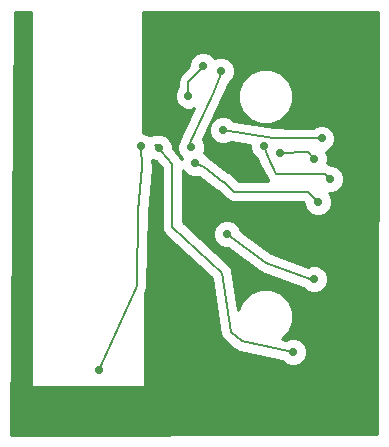
<source format=gbl>
G04 (created by PCBNEW (2013-08-24 BZR 4298)-stable) date Thu 09 Jan 2014 09:40:54 PM PST*
%MOIN*%
G04 Gerber Fmt 3.4, Leading zero omitted, Abs format*
%FSLAX34Y34*%
G01*
G70*
G90*
G04 APERTURE LIST*
%ADD10C,0.005906*%
%ADD11C,0.027559*%
%ADD12C,0.009843*%
%ADD13C,0.007874*%
%ADD14C,0.010000*%
G04 APERTURE END LIST*
G54D10*
G54D11*
X54496Y-41551D03*
X57771Y-41830D03*
X54421Y-39578D03*
X53425Y-42125D03*
X56370Y-42330D03*
X57519Y-42500D03*
X57240Y-48216D03*
X55881Y-45153D03*
X53645Y-43405D03*
X52881Y-38299D03*
X55968Y-38188D03*
X57527Y-46527D03*
X54618Y-45023D03*
X53818Y-39409D03*
X53334Y-40405D03*
X58051Y-43185D03*
X55858Y-42098D03*
X50354Y-49557D03*
X51751Y-42096D03*
X57653Y-43944D03*
X53559Y-42661D03*
X56826Y-48952D03*
X52343Y-42136D03*
G54D10*
X56169Y-41818D02*
X54496Y-41551D01*
X57771Y-41830D02*
X56169Y-41818D01*
X54421Y-39669D02*
X54421Y-39578D01*
X54141Y-40338D02*
X54421Y-39669D01*
X53338Y-42039D02*
X54141Y-40338D01*
X53425Y-42125D02*
X53338Y-42039D01*
X57311Y-42291D02*
X56370Y-42330D01*
X57519Y-42500D02*
X57311Y-42291D01*
G54D12*
X55968Y-38188D02*
X55968Y-38181D01*
G54D10*
X57389Y-46527D02*
X57527Y-46527D01*
X54618Y-45023D02*
X55905Y-45980D01*
X55905Y-45980D02*
X57389Y-46527D01*
X53818Y-39464D02*
X53818Y-39409D01*
X53334Y-39948D02*
X53818Y-39464D01*
X53334Y-40405D02*
X53334Y-39948D01*
X56259Y-43003D02*
X55976Y-42440D01*
X57870Y-43003D02*
X56259Y-43003D01*
X58051Y-43185D02*
X57870Y-43003D01*
X55858Y-42098D02*
X55976Y-42440D01*
X55976Y-42440D02*
X55976Y-42425D01*
G54D13*
X51751Y-42096D02*
X51791Y-42795D01*
X51791Y-42795D02*
X51663Y-44251D01*
X51663Y-44251D02*
X51604Y-46742D01*
X51604Y-46742D02*
X50354Y-49557D01*
G54D10*
X50354Y-49557D02*
X50350Y-49561D01*
X54535Y-43279D02*
X54488Y-43279D01*
X57653Y-43944D02*
X57311Y-43602D01*
X57311Y-43602D02*
X54858Y-43602D01*
X54858Y-43602D02*
X54535Y-43279D01*
X53866Y-42783D02*
X53559Y-42661D01*
X54488Y-43279D02*
X53866Y-42783D01*
X56826Y-48952D02*
X55110Y-48596D01*
X55110Y-48596D02*
X54744Y-48287D01*
X54744Y-48287D02*
X54448Y-46309D01*
X54448Y-46309D02*
X52795Y-44773D01*
X52795Y-44773D02*
X52795Y-42677D01*
X52795Y-42677D02*
X52253Y-42037D01*
X52253Y-42047D02*
X52253Y-42037D01*
G54D13*
X52225Y-42038D02*
X52343Y-42136D01*
G54D10*
G36*
X59654Y-37612D02*
X59635Y-51692D01*
X57991Y-51694D01*
X57991Y-46435D01*
X57920Y-46265D01*
X57790Y-46134D01*
X57620Y-46064D01*
X57435Y-46064D01*
X57305Y-46117D01*
X56076Y-45664D01*
X55077Y-44922D01*
X55011Y-44761D01*
X54880Y-44631D01*
X54710Y-44560D01*
X54526Y-44560D01*
X54355Y-44630D01*
X54225Y-44760D01*
X54154Y-44931D01*
X54154Y-45115D01*
X54225Y-45285D01*
X54355Y-45416D01*
X54525Y-45486D01*
X54646Y-45487D01*
X55693Y-46265D01*
X55739Y-46287D01*
X55782Y-46313D01*
X57169Y-46824D01*
X57264Y-46920D01*
X57434Y-46990D01*
X57619Y-46991D01*
X57789Y-46920D01*
X57920Y-46790D01*
X57990Y-46620D01*
X57991Y-46435D01*
X57991Y-51694D01*
X47412Y-51711D01*
X47549Y-37612D01*
X48070Y-37612D01*
X48070Y-50118D01*
X51892Y-50118D01*
X51871Y-47015D01*
X51928Y-46886D01*
X51928Y-46885D01*
X51929Y-46885D01*
X51944Y-46818D01*
X51959Y-46751D01*
X51959Y-46750D01*
X51959Y-46750D01*
X52018Y-44271D01*
X52145Y-42826D01*
X52142Y-42800D01*
X52145Y-42775D01*
X52133Y-42551D01*
X52250Y-42599D01*
X52264Y-42599D01*
X52440Y-42807D01*
X52440Y-44773D01*
X52441Y-44780D01*
X52440Y-44786D01*
X52454Y-44847D01*
X52467Y-44909D01*
X52470Y-44915D01*
X52472Y-44921D01*
X52509Y-44972D01*
X52544Y-45024D01*
X52549Y-45028D01*
X52553Y-45033D01*
X54115Y-46484D01*
X54392Y-48339D01*
X54412Y-48394D01*
X54428Y-48450D01*
X54435Y-48459D01*
X54439Y-48470D01*
X54478Y-48513D01*
X54514Y-48558D01*
X54881Y-48867D01*
X54897Y-48877D01*
X54910Y-48890D01*
X54957Y-48910D01*
X55002Y-48935D01*
X55020Y-48937D01*
X55038Y-48944D01*
X56457Y-49238D01*
X56563Y-49345D01*
X56734Y-49416D01*
X56918Y-49416D01*
X57088Y-49345D01*
X57219Y-49215D01*
X57290Y-49045D01*
X57290Y-48860D01*
X57219Y-48690D01*
X57089Y-48560D01*
X56919Y-48489D01*
X56735Y-48489D01*
X56603Y-48543D01*
X56445Y-48511D01*
X56681Y-48275D01*
X56821Y-47938D01*
X56821Y-47574D01*
X56682Y-47237D01*
X56425Y-46979D01*
X56088Y-46839D01*
X55724Y-46839D01*
X55387Y-46978D01*
X55129Y-47236D01*
X54994Y-47560D01*
X54800Y-46256D01*
X54783Y-46209D01*
X54771Y-46161D01*
X54759Y-46144D01*
X54753Y-46126D01*
X54719Y-46089D01*
X54690Y-46048D01*
X53150Y-44618D01*
X53150Y-42885D01*
X53165Y-42923D01*
X53296Y-43054D01*
X53466Y-43124D01*
X53650Y-43124D01*
X53699Y-43104D01*
X54266Y-43557D01*
X54310Y-43579D01*
X54352Y-43607D01*
X54363Y-43609D01*
X54607Y-43853D01*
X54722Y-43930D01*
X54722Y-43930D01*
X54744Y-43934D01*
X54858Y-43957D01*
X57163Y-43957D01*
X57190Y-43983D01*
X57190Y-44036D01*
X57260Y-44207D01*
X57390Y-44337D01*
X57560Y-44408D01*
X57745Y-44408D01*
X57915Y-44337D01*
X58046Y-44207D01*
X58116Y-44037D01*
X58117Y-43853D01*
X58046Y-43682D01*
X58012Y-43648D01*
X58142Y-43648D01*
X58313Y-43578D01*
X58443Y-43447D01*
X58514Y-43277D01*
X58514Y-43093D01*
X58444Y-42922D01*
X58314Y-42792D01*
X58143Y-42721D01*
X58074Y-42721D01*
X58074Y-42721D01*
X58005Y-42675D01*
X57952Y-42665D01*
X57982Y-42592D01*
X57983Y-42408D01*
X57925Y-42268D01*
X58033Y-42223D01*
X58164Y-42093D01*
X58234Y-41923D01*
X58235Y-41738D01*
X58164Y-41568D01*
X58034Y-41438D01*
X57864Y-41367D01*
X57679Y-41367D01*
X57509Y-41437D01*
X57473Y-41473D01*
X56821Y-41468D01*
X56821Y-40251D01*
X56682Y-39914D01*
X56425Y-39656D01*
X56088Y-39517D01*
X55724Y-39516D01*
X55387Y-39655D01*
X55129Y-39913D01*
X54989Y-40250D01*
X54989Y-40614D01*
X55128Y-40951D01*
X55385Y-41209D01*
X55722Y-41349D01*
X56086Y-41349D01*
X56423Y-41210D01*
X56681Y-40952D01*
X56821Y-40616D01*
X56821Y-40251D01*
X56821Y-41468D01*
X56198Y-41463D01*
X54848Y-41247D01*
X54758Y-41158D01*
X54588Y-41087D01*
X54404Y-41087D01*
X54233Y-41158D01*
X54103Y-41288D01*
X54032Y-41458D01*
X54032Y-41642D01*
X54102Y-41813D01*
X54233Y-41943D01*
X54403Y-42014D01*
X54587Y-42014D01*
X54743Y-41950D01*
X55394Y-42054D01*
X55394Y-42190D01*
X55465Y-42360D01*
X55595Y-42491D01*
X55621Y-42501D01*
X55640Y-42556D01*
X55646Y-42566D01*
X55648Y-42576D01*
X55655Y-42587D01*
X55659Y-42600D01*
X55942Y-43163D01*
X55977Y-43208D01*
X56003Y-43247D01*
X55005Y-43247D01*
X54786Y-43028D01*
X54671Y-42951D01*
X54638Y-42944D01*
X54087Y-42505D01*
X54041Y-42481D01*
X53997Y-42453D01*
X53970Y-42442D01*
X53952Y-42399D01*
X53854Y-42301D01*
X53888Y-42218D01*
X53888Y-42034D01*
X53818Y-41863D01*
X53815Y-41861D01*
X54462Y-40490D01*
X54464Y-40482D01*
X54469Y-40475D01*
X54678Y-39973D01*
X54683Y-39971D01*
X54813Y-39841D01*
X54884Y-39671D01*
X54884Y-39486D01*
X54814Y-39316D01*
X54684Y-39186D01*
X54513Y-39115D01*
X54329Y-39115D01*
X54217Y-39161D01*
X54211Y-39147D01*
X54081Y-39016D01*
X53911Y-38946D01*
X53727Y-38945D01*
X53556Y-39016D01*
X53426Y-39146D01*
X53355Y-39316D01*
X53355Y-39425D01*
X53083Y-39697D01*
X53006Y-39812D01*
X52979Y-39948D01*
X52979Y-40105D01*
X52942Y-40142D01*
X52871Y-40312D01*
X52871Y-40497D01*
X52941Y-40667D01*
X53071Y-40798D01*
X53242Y-40868D01*
X53426Y-40868D01*
X53516Y-40831D01*
X53017Y-41887D01*
X53015Y-41896D01*
X53010Y-41903D01*
X53005Y-41928D01*
X52961Y-42033D01*
X52961Y-42217D01*
X53032Y-42388D01*
X53130Y-42486D01*
X53113Y-42526D01*
X53092Y-42495D01*
X53066Y-42447D01*
X52806Y-42140D01*
X52806Y-42044D01*
X52736Y-41874D01*
X52606Y-41743D01*
X52435Y-41673D01*
X52251Y-41673D01*
X52236Y-41679D01*
X52192Y-41674D01*
X52055Y-41714D01*
X52039Y-41728D01*
X52014Y-41703D01*
X51844Y-41633D01*
X51835Y-41633D01*
X51808Y-37612D01*
X59654Y-37612D01*
X59654Y-37612D01*
G37*
G54D14*
X59654Y-37612D02*
X59635Y-51692D01*
X57991Y-51694D01*
X57991Y-46435D01*
X57920Y-46265D01*
X57790Y-46134D01*
X57620Y-46064D01*
X57435Y-46064D01*
X57305Y-46117D01*
X56076Y-45664D01*
X55077Y-44922D01*
X55011Y-44761D01*
X54880Y-44631D01*
X54710Y-44560D01*
X54526Y-44560D01*
X54355Y-44630D01*
X54225Y-44760D01*
X54154Y-44931D01*
X54154Y-45115D01*
X54225Y-45285D01*
X54355Y-45416D01*
X54525Y-45486D01*
X54646Y-45487D01*
X55693Y-46265D01*
X55739Y-46287D01*
X55782Y-46313D01*
X57169Y-46824D01*
X57264Y-46920D01*
X57434Y-46990D01*
X57619Y-46991D01*
X57789Y-46920D01*
X57920Y-46790D01*
X57990Y-46620D01*
X57991Y-46435D01*
X57991Y-51694D01*
X47412Y-51711D01*
X47549Y-37612D01*
X48070Y-37612D01*
X48070Y-50118D01*
X51892Y-50118D01*
X51871Y-47015D01*
X51928Y-46886D01*
X51928Y-46885D01*
X51929Y-46885D01*
X51944Y-46818D01*
X51959Y-46751D01*
X51959Y-46750D01*
X51959Y-46750D01*
X52018Y-44271D01*
X52145Y-42826D01*
X52142Y-42800D01*
X52145Y-42775D01*
X52133Y-42551D01*
X52250Y-42599D01*
X52264Y-42599D01*
X52440Y-42807D01*
X52440Y-44773D01*
X52441Y-44780D01*
X52440Y-44786D01*
X52454Y-44847D01*
X52467Y-44909D01*
X52470Y-44915D01*
X52472Y-44921D01*
X52509Y-44972D01*
X52544Y-45024D01*
X52549Y-45028D01*
X52553Y-45033D01*
X54115Y-46484D01*
X54392Y-48339D01*
X54412Y-48394D01*
X54428Y-48450D01*
X54435Y-48459D01*
X54439Y-48470D01*
X54478Y-48513D01*
X54514Y-48558D01*
X54881Y-48867D01*
X54897Y-48877D01*
X54910Y-48890D01*
X54957Y-48910D01*
X55002Y-48935D01*
X55020Y-48937D01*
X55038Y-48944D01*
X56457Y-49238D01*
X56563Y-49345D01*
X56734Y-49416D01*
X56918Y-49416D01*
X57088Y-49345D01*
X57219Y-49215D01*
X57290Y-49045D01*
X57290Y-48860D01*
X57219Y-48690D01*
X57089Y-48560D01*
X56919Y-48489D01*
X56735Y-48489D01*
X56603Y-48543D01*
X56445Y-48511D01*
X56681Y-48275D01*
X56821Y-47938D01*
X56821Y-47574D01*
X56682Y-47237D01*
X56425Y-46979D01*
X56088Y-46839D01*
X55724Y-46839D01*
X55387Y-46978D01*
X55129Y-47236D01*
X54994Y-47560D01*
X54800Y-46256D01*
X54783Y-46209D01*
X54771Y-46161D01*
X54759Y-46144D01*
X54753Y-46126D01*
X54719Y-46089D01*
X54690Y-46048D01*
X53150Y-44618D01*
X53150Y-42885D01*
X53165Y-42923D01*
X53296Y-43054D01*
X53466Y-43124D01*
X53650Y-43124D01*
X53699Y-43104D01*
X54266Y-43557D01*
X54310Y-43579D01*
X54352Y-43607D01*
X54363Y-43609D01*
X54607Y-43853D01*
X54722Y-43930D01*
X54722Y-43930D01*
X54744Y-43934D01*
X54858Y-43957D01*
X57163Y-43957D01*
X57190Y-43983D01*
X57190Y-44036D01*
X57260Y-44207D01*
X57390Y-44337D01*
X57560Y-44408D01*
X57745Y-44408D01*
X57915Y-44337D01*
X58046Y-44207D01*
X58116Y-44037D01*
X58117Y-43853D01*
X58046Y-43682D01*
X58012Y-43648D01*
X58142Y-43648D01*
X58313Y-43578D01*
X58443Y-43447D01*
X58514Y-43277D01*
X58514Y-43093D01*
X58444Y-42922D01*
X58314Y-42792D01*
X58143Y-42721D01*
X58074Y-42721D01*
X58074Y-42721D01*
X58005Y-42675D01*
X57952Y-42665D01*
X57982Y-42592D01*
X57983Y-42408D01*
X57925Y-42268D01*
X58033Y-42223D01*
X58164Y-42093D01*
X58234Y-41923D01*
X58235Y-41738D01*
X58164Y-41568D01*
X58034Y-41438D01*
X57864Y-41367D01*
X57679Y-41367D01*
X57509Y-41437D01*
X57473Y-41473D01*
X56821Y-41468D01*
X56821Y-40251D01*
X56682Y-39914D01*
X56425Y-39656D01*
X56088Y-39517D01*
X55724Y-39516D01*
X55387Y-39655D01*
X55129Y-39913D01*
X54989Y-40250D01*
X54989Y-40614D01*
X55128Y-40951D01*
X55385Y-41209D01*
X55722Y-41349D01*
X56086Y-41349D01*
X56423Y-41210D01*
X56681Y-40952D01*
X56821Y-40616D01*
X56821Y-40251D01*
X56821Y-41468D01*
X56198Y-41463D01*
X54848Y-41247D01*
X54758Y-41158D01*
X54588Y-41087D01*
X54404Y-41087D01*
X54233Y-41158D01*
X54103Y-41288D01*
X54032Y-41458D01*
X54032Y-41642D01*
X54102Y-41813D01*
X54233Y-41943D01*
X54403Y-42014D01*
X54587Y-42014D01*
X54743Y-41950D01*
X55394Y-42054D01*
X55394Y-42190D01*
X55465Y-42360D01*
X55595Y-42491D01*
X55621Y-42501D01*
X55640Y-42556D01*
X55646Y-42566D01*
X55648Y-42576D01*
X55655Y-42587D01*
X55659Y-42600D01*
X55942Y-43163D01*
X55977Y-43208D01*
X56003Y-43247D01*
X55005Y-43247D01*
X54786Y-43028D01*
X54671Y-42951D01*
X54638Y-42944D01*
X54087Y-42505D01*
X54041Y-42481D01*
X53997Y-42453D01*
X53970Y-42442D01*
X53952Y-42399D01*
X53854Y-42301D01*
X53888Y-42218D01*
X53888Y-42034D01*
X53818Y-41863D01*
X53815Y-41861D01*
X54462Y-40490D01*
X54464Y-40482D01*
X54469Y-40475D01*
X54678Y-39973D01*
X54683Y-39971D01*
X54813Y-39841D01*
X54884Y-39671D01*
X54884Y-39486D01*
X54814Y-39316D01*
X54684Y-39186D01*
X54513Y-39115D01*
X54329Y-39115D01*
X54217Y-39161D01*
X54211Y-39147D01*
X54081Y-39016D01*
X53911Y-38946D01*
X53727Y-38945D01*
X53556Y-39016D01*
X53426Y-39146D01*
X53355Y-39316D01*
X53355Y-39425D01*
X53083Y-39697D01*
X53006Y-39812D01*
X52979Y-39948D01*
X52979Y-40105D01*
X52942Y-40142D01*
X52871Y-40312D01*
X52871Y-40497D01*
X52941Y-40667D01*
X53071Y-40798D01*
X53242Y-40868D01*
X53426Y-40868D01*
X53516Y-40831D01*
X53017Y-41887D01*
X53015Y-41896D01*
X53010Y-41903D01*
X53005Y-41928D01*
X52961Y-42033D01*
X52961Y-42217D01*
X53032Y-42388D01*
X53130Y-42486D01*
X53113Y-42526D01*
X53092Y-42495D01*
X53066Y-42447D01*
X52806Y-42140D01*
X52806Y-42044D01*
X52736Y-41874D01*
X52606Y-41743D01*
X52435Y-41673D01*
X52251Y-41673D01*
X52236Y-41679D01*
X52192Y-41674D01*
X52055Y-41714D01*
X52039Y-41728D01*
X52014Y-41703D01*
X51844Y-41633D01*
X51835Y-41633D01*
X51808Y-37612D01*
X59654Y-37612D01*
M02*

</source>
